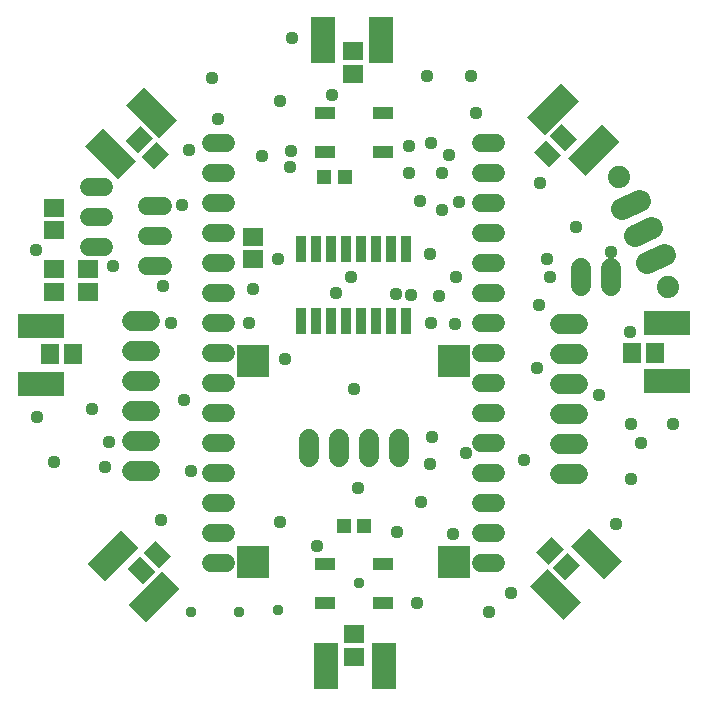
<source format=gbs>
G75*
%MOIN*%
%OFA0B0*%
%FSLAX25Y25*%
%IPPOS*%
%LPD*%
%AMOC8*
5,1,8,0,0,1.08239X$1,22.5*
%
%ADD10C,0.06000*%
%ADD11C,0.06800*%
%ADD12R,0.03400X0.08800*%
%ADD13R,0.06706X0.04343*%
%ADD14R,0.08400X0.15800*%
%ADD15R,0.15800X0.08400*%
%ADD16R,0.07099X0.05918*%
%ADD17R,0.05918X0.07099*%
%ADD18C,0.05950*%
%ADD19R,0.10800X0.10800*%
%ADD20R,0.05131X0.04737*%
%ADD21R,0.06706X0.05918*%
%ADD22C,0.07296*%
%ADD23C,0.07400*%
%ADD24C,0.04400*%
%ADD25C,0.03778*%
D10*
X0052269Y0150482D02*
X0057469Y0150482D01*
X0057469Y0160482D02*
X0052269Y0160482D01*
X0052269Y0170482D02*
X0057469Y0170482D01*
X0038047Y0166645D02*
X0032847Y0166645D01*
X0032847Y0176645D02*
X0038047Y0176645D01*
X0038047Y0156645D02*
X0032847Y0156645D01*
D11*
X0047073Y0132177D02*
X0053073Y0132177D01*
X0053073Y0122177D02*
X0047073Y0122177D01*
X0047073Y0112177D02*
X0053073Y0112177D01*
X0053103Y0102085D02*
X0047103Y0102085D01*
X0047103Y0092085D02*
X0053103Y0092085D01*
X0053103Y0082085D02*
X0047103Y0082085D01*
X0106073Y0086794D02*
X0106073Y0092794D01*
X0116073Y0092794D02*
X0116073Y0086794D01*
X0126073Y0086794D02*
X0126073Y0092794D01*
X0136073Y0092794D02*
X0136073Y0086794D01*
X0189803Y0091235D02*
X0195803Y0091235D01*
X0195803Y0081235D02*
X0189803Y0081235D01*
X0189803Y0101235D02*
X0195803Y0101235D01*
X0195753Y0111263D02*
X0189753Y0111263D01*
X0189753Y0121263D02*
X0195753Y0121263D01*
X0195753Y0131263D02*
X0189753Y0131263D01*
X0196859Y0143889D02*
X0196859Y0149889D01*
X0206859Y0149889D02*
X0206859Y0143889D01*
D12*
X0138620Y0131985D03*
X0133620Y0131985D03*
X0128620Y0131985D03*
X0123620Y0131985D03*
X0118620Y0131985D03*
X0113620Y0131985D03*
X0108620Y0131985D03*
X0103620Y0131985D03*
X0103620Y0156185D03*
X0108620Y0156185D03*
X0113620Y0156185D03*
X0118620Y0156185D03*
X0123620Y0156185D03*
X0128620Y0156185D03*
X0133620Y0156185D03*
X0138620Y0156185D03*
D13*
X0130718Y0188545D03*
X0130718Y0201537D03*
X0111426Y0201537D03*
X0111426Y0188545D03*
X0111453Y0051244D03*
X0111453Y0038252D03*
X0130744Y0038252D03*
X0130744Y0051244D03*
D14*
X0131247Y0016965D03*
X0111947Y0016965D03*
X0110916Y0225622D03*
X0130216Y0225622D03*
D15*
G36*
X0178955Y0200107D02*
X0190126Y0211278D01*
X0196065Y0205339D01*
X0184894Y0194168D01*
X0178955Y0200107D01*
G37*
G36*
X0192602Y0186460D02*
X0203773Y0197631D01*
X0209712Y0191692D01*
X0198541Y0180521D01*
X0192602Y0186460D01*
G37*
X0225422Y0131459D03*
X0225422Y0112159D03*
G36*
X0199469Y0063215D02*
X0210640Y0052044D01*
X0204701Y0046105D01*
X0193530Y0057276D01*
X0199469Y0063215D01*
G37*
G36*
X0185822Y0049568D02*
X0196993Y0038397D01*
X0191054Y0032458D01*
X0179883Y0043629D01*
X0185822Y0049568D01*
G37*
G36*
X0063042Y0042838D02*
X0051871Y0031667D01*
X0045932Y0037606D01*
X0057103Y0048777D01*
X0063042Y0042838D01*
G37*
G36*
X0049395Y0056485D02*
X0038224Y0045314D01*
X0032285Y0051253D01*
X0043456Y0062424D01*
X0049395Y0056485D01*
G37*
X0016731Y0111108D03*
X0016731Y0130408D03*
G36*
X0042673Y0179342D02*
X0031502Y0190513D01*
X0037441Y0196452D01*
X0048612Y0185281D01*
X0042673Y0179342D01*
G37*
G36*
X0056320Y0192990D02*
X0045149Y0204161D01*
X0051088Y0210100D01*
X0062259Y0198929D01*
X0056320Y0192990D01*
G37*
D16*
X0120753Y0214495D03*
X0120753Y0221975D03*
X0121153Y0027675D03*
X0121153Y0020195D03*
D17*
G36*
X0054958Y0048615D02*
X0050774Y0044431D01*
X0045756Y0049449D01*
X0049940Y0053633D01*
X0054958Y0048615D01*
G37*
G36*
X0060247Y0053904D02*
X0056063Y0049720D01*
X0051045Y0054738D01*
X0055229Y0058922D01*
X0060247Y0053904D01*
G37*
X0027493Y0121135D03*
X0020013Y0121135D03*
G36*
X0054383Y0182670D02*
X0050199Y0186854D01*
X0055217Y0191872D01*
X0059401Y0187688D01*
X0054383Y0182670D01*
G37*
G36*
X0049094Y0187960D02*
X0044910Y0192144D01*
X0049928Y0197162D01*
X0054112Y0192978D01*
X0049094Y0187960D01*
G37*
G36*
X0181083Y0188383D02*
X0185267Y0192567D01*
X0190285Y0187549D01*
X0186101Y0183365D01*
X0181083Y0188383D01*
G37*
G36*
X0186373Y0193672D02*
X0190557Y0197856D01*
X0195575Y0192838D01*
X0191391Y0188654D01*
X0186373Y0193672D01*
G37*
X0213913Y0121535D03*
X0221393Y0121535D03*
G36*
X0187055Y0060151D02*
X0191239Y0055967D01*
X0186221Y0050949D01*
X0182037Y0055133D01*
X0187055Y0060151D01*
G37*
G36*
X0192344Y0054862D02*
X0196528Y0050678D01*
X0191510Y0045660D01*
X0187326Y0049844D01*
X0192344Y0054862D01*
G37*
D18*
X0168583Y0051435D02*
X0163433Y0051435D01*
X0163433Y0061435D02*
X0168583Y0061435D01*
X0168583Y0071435D02*
X0163433Y0071435D01*
X0163433Y0081435D02*
X0168583Y0081435D01*
X0168583Y0091435D02*
X0163433Y0091435D01*
X0163433Y0101435D02*
X0168583Y0101435D01*
X0168583Y0111435D02*
X0163433Y0111435D01*
X0163433Y0121435D02*
X0168583Y0121435D01*
X0168583Y0131435D02*
X0163433Y0131435D01*
X0163433Y0141435D02*
X0168583Y0141435D01*
X0168583Y0151435D02*
X0163433Y0151435D01*
X0163433Y0161435D02*
X0168583Y0161435D01*
X0168583Y0171435D02*
X0163433Y0171435D01*
X0163433Y0181435D02*
X0168583Y0181435D01*
X0168583Y0191435D02*
X0163433Y0191435D01*
X0078583Y0191435D02*
X0073433Y0191435D01*
X0073433Y0181435D02*
X0078583Y0181435D01*
X0078583Y0171435D02*
X0073433Y0171435D01*
X0073433Y0161435D02*
X0078583Y0161435D01*
X0078583Y0151435D02*
X0073433Y0151435D01*
X0073433Y0141435D02*
X0078583Y0141435D01*
X0078583Y0131435D02*
X0073433Y0131435D01*
X0073433Y0121435D02*
X0078583Y0121435D01*
X0078583Y0111435D02*
X0073433Y0111435D01*
X0073433Y0101435D02*
X0078583Y0101435D01*
X0078583Y0091435D02*
X0073433Y0091435D01*
X0073433Y0081435D02*
X0078583Y0081435D01*
X0078583Y0071435D02*
X0073433Y0071435D01*
X0073433Y0061435D02*
X0078583Y0061435D01*
X0078583Y0051435D02*
X0073433Y0051435D01*
D19*
X0087518Y0051654D03*
X0154518Y0051654D03*
X0154518Y0118654D03*
X0087518Y0118654D03*
D20*
X0117857Y0063635D03*
X0124550Y0063635D03*
X0118050Y0179985D03*
X0111357Y0179985D03*
D21*
X0087603Y0160275D03*
X0087603Y0152795D03*
X0032553Y0149375D03*
X0032553Y0141895D03*
X0021053Y0141895D03*
X0021053Y0149375D03*
X0021053Y0162395D03*
X0021053Y0169875D03*
D22*
X0210685Y0169614D02*
X0216619Y0172256D01*
X0220687Y0163120D02*
X0214752Y0160478D01*
X0218820Y0151343D02*
X0224754Y0153985D01*
D23*
X0225854Y0143528D03*
X0209585Y0180070D03*
D24*
X0195100Y0163600D03*
X0185652Y0152773D03*
X0186439Y0146671D03*
X0182896Y0137615D03*
X0182108Y0116356D03*
X0202974Y0107497D03*
X0213604Y0097852D03*
X0216754Y0091356D03*
X0227384Y0097655D03*
X0213604Y0079348D03*
X0208683Y0064584D03*
X0177974Y0085844D03*
X0158486Y0088009D03*
X0147266Y0093521D03*
X0146478Y0084466D03*
X0143526Y0071867D03*
X0135652Y0061828D03*
X0122463Y0076395D03*
X0108880Y0057104D03*
X0096478Y0065174D03*
X0066951Y0082104D03*
X0056911Y0065765D03*
X0038211Y0083285D03*
X0039392Y0091946D03*
X0033880Y0102773D03*
X0015573Y0100214D03*
X0021282Y0085253D03*
X0064589Y0105726D03*
X0060061Y0131513D03*
X0057699Y0143915D03*
X0040770Y0150411D03*
X0063998Y0170686D03*
X0066360Y0189190D03*
X0076006Y0199426D03*
X0074037Y0213009D03*
X0096675Y0205529D03*
X0100219Y0188796D03*
X0099825Y0183482D03*
X0090573Y0187025D03*
X0113801Y0207300D03*
X0100612Y0226395D03*
X0139589Y0190371D03*
X0146872Y0191356D03*
X0152778Y0187419D03*
X0150415Y0181513D03*
X0139589Y0181513D03*
X0143132Y0172064D03*
X0150415Y0169111D03*
X0156321Y0171867D03*
X0146478Y0154348D03*
X0155140Y0146671D03*
X0149628Y0140568D03*
X0146872Y0131316D03*
X0154746Y0131119D03*
X0140376Y0140765D03*
X0135061Y0141159D03*
X0120100Y0146671D03*
X0115376Y0141552D03*
X0095888Y0152773D03*
X0087620Y0142930D03*
X0086242Y0131513D03*
X0098250Y0119308D03*
X0121085Y0109466D03*
X0154352Y0061041D03*
X0173644Y0041356D03*
X0166360Y0035056D03*
X0142345Y0038206D03*
X0213211Y0128560D03*
X0206911Y0155135D03*
X0183093Y0178167D03*
X0161833Y0201592D03*
X0160258Y0213796D03*
X0145494Y0213796D03*
X0015179Y0155922D03*
D25*
X0122935Y0044899D03*
X0095967Y0035647D03*
X0082778Y0035253D03*
X0067030Y0035056D03*
M02*

</source>
